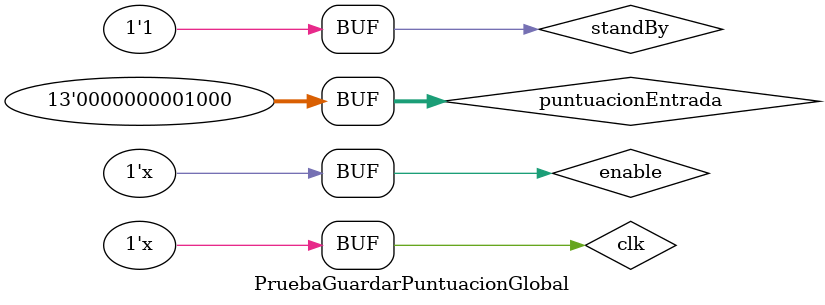
<source format=v>
`timescale 1ns / 1ps


module PruebaGuardarPuntuacionGlobal;

	// Inputs
	reg [12:0] puntuacionEntrada;
	reg enable;
	reg clk;
	reg standBy;

	// Outputs
	wire [12:0] puntuacionSalida;

	// Instantiate the Unit Under Test (UUT)
	PuntuacionTotal uut (
		.puntuacionEntrada(puntuacionEntrada), 
		.puntuacionSalida(puntuacionSalida), 
		.enable(enable), 
		.clk(clk),
		.standBy(standBy)
	);

	initial begin
		// Initialize Inputs
		puntuacionEntrada = 1;
		enable = 0;
		clk = 0;
		standBy = 1;

		// Wait 100 ns for global reset to finish
		#100;
		puntuacionEntrada = 10;
		
		#1000;
		puntuacionEntrada = 20;
		
		#1000;
		puntuacionEntrada = 8;
        
		// Add stimulus here

	end
	
	always begin #10 clk = ~clk; end
	always begin #20 enable = ~enable; end
      
endmodule


</source>
